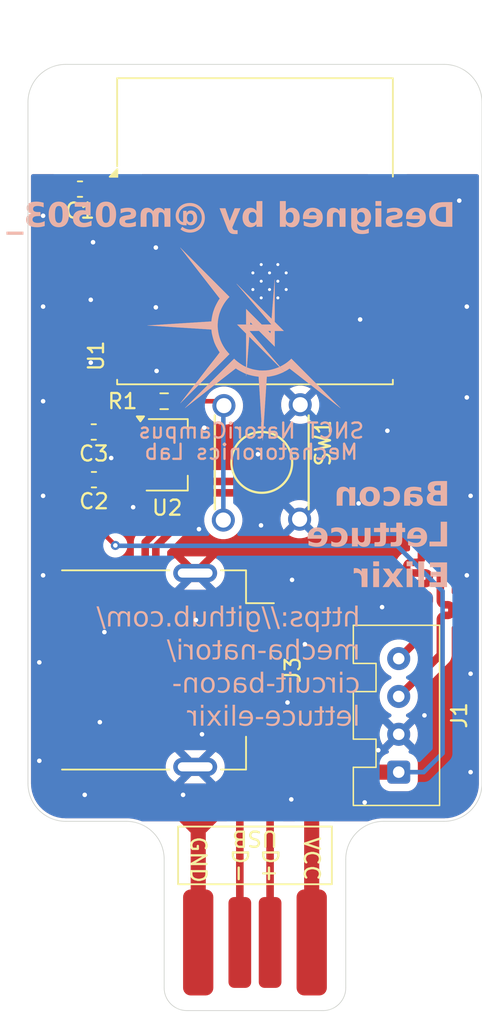
<source format=kicad_pcb>
(kicad_pcb (version 20241229) (generator "pcbnew") (generator_version "9.0")
  (layers (0 "F.Cu" signal) (2 "B.Cu" signal) (13 "F.Paste" user) (15 "B.Paste" user) (5 "F.SilkS" user "F.Silkscreen") (7 "B.SilkS" user "B.Silkscreen") (1 "F.Mask" user) (3 "B.Mask" user) (25 "Edge.Cuts" user))
  (net 0 "")
  (net 1 "+3.3V")
  (net 2 "GND")
  (net 3 "+5V")
  (net 4 "Net-(J1-RX)")
  (net 5 "Net-(J1-TX)")
  (net 6 "USB_N")
  (net 7 "USB_P")
  (net 8 "Net-(SW1-A)")
  (footprint "Package_TO_SOT_SMD:SOT-89-3" (layer "F.Cu") (at 109.2 75.79)
    (property "Reference" "U2" (at 0 3.5 0) (layer "F.SilkS") (effects (font (thickness 0.153))))
    (property "Value" "AP130-33Y")
    (pad "1" smd roundrect (at -1.95 -1.5) (size 1.3 0.9) (layers "F.Cu" "F.Mask" "F.Paste") (net 1 "+3.3V"))
    (pad "2" smd custom (at -1.8625 0) (size 1.475 0.9) (layers "F.Cu" "F.Mask" "F.Paste") (net 2 "GND") (options (clearance outline) (anchor rect)) (primitives (gr_poly (pts (xy 3.8625 0.8665) (xy 0.7375 0.8665) (xy 0.7375 -0.8665) (xy 3.8625 -0.8665)) (width 0) (fill yes))))
    (pad "3" smd roundrect (at -1.95 1.5) (size 1.3 0.9) (layers "F.Cu" "F.Mask" "F.Paste") (net 3 "+5V"))
  )
  (footprint "circuit-bacon-lettuce-elixir:DF1B-4P-2.5DSA" (layer "F.Cu") (at 124.5 93 90)
    (property "Reference" "J1" (at 0 4 90) (layer "F.SilkS") (effects (font (thickness 0.153))))
    (property "Value" "UART_MOD")
    (pad "1" thru_hole roundrect (at -3.75 0 90) (size 1.524 1.524) (drill 0.762) (layers "*.Cu" "*.Mask") (roundrect_rratio 0.1640419948) (net 3 "+5V"))
    (pad "2" thru_hole circle (at -1.25 0 90) (size 1.524 1.524) (drill 0.762) (layers "*.Cu" "*.Mask") (net 2 "GND"))
    (pad "3" thru_hole circle (at 1.25 0 90) (size 1.524 1.524) (drill 0.762) (layers "*.Cu" "*.Mask") (net 5 "Net-(J1-TX)"))
    (pad "4" thru_hole circle (at 3.75 0 90) (size 1.524 1.524) (drill 0.762) (layers "*.Cu" "*.Mask") (net 4 "Net-(J1-RX)"))
  )
  (footprint "circuit-bacon-lettuce-elixir:PCB_USB_Connecter" (layer "F.Cu") (at 115 108 -90)
    (property "Reference" "J2" (hide yes))
    (property "Value" "USB_CHG_DBG")
    (fp_text user "VCC" (at -4 -3.75 270) (layer "F.SilkS") (effects (font (thickness 0.153)) (justify right)))
    (fp_text user "D-" (at -3.845 1 270) (layer "F.SilkS") (effects (font (thickness 0.153)) (justify right)))
    (fp_text user "USB" (at -7.45 0 180) (layer "F.SilkS") (effects (font (thickness 0.153)) (justify bottom)))
    (fp_text user "GND" (at -3.845 3.75 270) (layer "F.SilkS") (effects (font (thickness 0.153)) (justify right)))
    (fp_text user "D+" (at -3.845 -1 270) (layer "F.SilkS") (effects (font (thickness 0.153)) (justify right)))
    (pad "1" connect roundrect (at 0 -3.75 270) (size 7 2) (layers "F.Cu" "F.Mask") (net 3 "+5V"))
    (pad "2" connect roundrect (at 0 -1 270) (size 6 1.5) (layers "F.Cu" "F.Mask") (net 6 "USB_N"))
    (pad "3" connect roundrect (at 0 1 270) (size 6 1.5) (layers "F.Cu" "F.Mask") (net 7 "USB_P"))
    (pad "4" connect roundrect (at 0 3.75 270) (size 7 2) (layers "F.Cu" "F.Mask") (net 2 "GND"))
  )
  (footprint "Connector_USB:USB_A_Receptacle_GCT_USB1046" (layer "F.Cu") (at 107.5 90 -90)
    (property "Reference" "J3" (at 0 -10 90) (layer "F.SilkS") (effects (font (thickness 0.153))))
    (property "Value" "USB_DEV")
    (pad "1" smd roundrect (at -3.5 -7.25 270) (size 1.3 3) (layers "F.Cu" "F.Mask" "F.Paste") (net 3 "+5V"))
    (pad "2" smd roundrect (at -1 -7.25 270) (size 1.3 3) (layers "F.Cu" "F.Mask" "F.Paste") (net 6 "USB_N"))
    (pad "3" smd roundrect (at 1 -7.25 270) (size 1.3 3) (layers "F.Cu" "F.Mask" "F.Paste") (net 7 "USB_P"))
    (pad "4" smd roundrect (at 3.5 -7.25 270) (size 1.3 3) (layers "F.Cu" "F.Mask" "F.Paste") (net 2 "GND"))
    (pad "5" thru_hole oval (at -6.4 -3.55 270) (size 1.2 2.9) (drill oval 0.6 2.3) (property pad_prop_heatsink) (layers "*.Cu" "*.Mask") (net 2 "GND"))
    (pad "5" thru_hole oval (at 6.4 -3.55 270) (size 1.2 2.9) (drill oval 0.6 2.3) (property pad_prop_heatsink) (layers "*.Cu" "*.Mask") (net 2 "GND"))
  )
  (footprint "Capacitor_SMD:C_0603_1608Metric_Pad1.08x0.95mm_HandSolder" (layer "F.Cu") (at 103.4375 58.24 180)
    (property "Reference" "C1" (at 0 -1.43 0) (layer "F.SilkS") (effects (font (thickness 0.153))))
    (property "Value" "0.1u")
    (pad "1" smd roundrect (at -0.8625 0 180) (size 1.075 0.95) (layers "F.Cu" "F.Mask" "F.Paste") (net 1 "+3.3V"))
    (pad "2" smd roundrect (at 0.8625 0 180) (size 1.075 0.95) (layers "F.Cu" "F.Mask" "F.Paste") (net 2 "GND"))
  )
  (footprint "Resistor_SMD:R_0603_1608Metric_Pad0.98x0.95mm_HandSolder" (layer "F.Cu") (at 109 72.25)
    (property "Reference" "R1" (at -2.75 0 0) (layer "F.SilkS") (effects (font (thickness 0.153))))
    (property "Value" "10k")
    (pad "1" smd roundrect (at -0.9125 0) (size 0.975 0.95) (layers "F.Cu" "F.Mask" "F.Paste") (net 1 "+3.3V"))
    (pad "2" smd roundrect (at 0.9125 0) (size 0.975 0.95) (layers "F.Cu" "F.Mask" "F.Paste") (net 8 "Net-(SW1-A)"))
  )
  (footprint "RF_Module:ESP32-C3-WROOM-02" (layer "F.Cu") (at 115.003 64.123)
    (property "Reference" "U1" (at -10.5 5.13 90) (layer "F.SilkS") (effects (font (thickness 0.153))))
    (property "Value" "ESP32-C3-WROOM-02")
    (pad "1" smd rect (at -8.75 -6) (size 1.5 0.9) (layers "F.Cu" "F.Mask" "F.Paste") (net 1 "+3.3V"))
    (pad "2" smd rect (at -8.75 -4.5) (size 1.5 0.9) (layers "F.Cu" "F.Mask" "F.Paste") (net 8 "Net-(SW1-A)"))
    (pad "3" smd rect (at -8.75 -3) (size 1.5 0.9) (layers "F.Cu" "F.Mask" "F.Paste"))
    (pad "4" smd rect (at -8.75 -1.5) (size 1.5 0.9) (layers "F.Cu" "F.Mask" "F.Paste"))
    (pad "5" smd rect (at -8.75 0) (size 1.5 0.9) (layers "F.Cu" "F.Mask" "F.Paste"))
    (pad "6" smd rect (at -8.75 1.5) (size 1.5 0.9) (layers "F.Cu" "F.Mask" "F.Paste"))
    (pad "7" smd rect (at -8.75 3) (size 1.5 0.9) (layers "F.Cu" "F.Mask" "F.Paste"))
    (pad "8" smd rect (at -8.75 4.5) (size 1.5 0.9) (layers "F.Cu" "F.Mask" "F.Paste"))
    (pad "9" smd rect (at -8.75 6) (size 1.5 0.9) (layers "F.Cu" "F.Mask" "F.Paste") (net 2 "GND"))
    (pad "10" smd rect (at 8.75 6) (size 1.5 0.9) (layers "F.Cu" "F.Mask" "F.Paste"))
    (pad "11" smd rect (at 8.75 4.5) (size 1.5 0.9) (layers "F.Cu" "F.Mask" "F.Paste") (net 4 "Net-(J1-RX)"))
    (pad "12" smd rect (at 8.75 3) (size 1.5 0.9) (layers "F.Cu" "F.Mask" "F.Paste") (net 5 "Net-(J1-TX)"))
    (pad "13" smd rect (at 8.75 1.5) (size 1.5 0.9) (layers "F.Cu" "F.Mask" "F.Paste") (net 6 "USB_N"))
    (pad "14" smd rect (at 8.75 0) (size 1.5 0.9) (layers "F.Cu" "F.Mask" "F.Paste") (net 7 "USB_P"))
    (pad "15" smd rect (at 8.75 -1.5) (size 1.5 0.9) (layers "F.Cu" "F.Mask" "F.Paste"))
    (pad "16" smd rect (at 8.75 -3) (size 1.5 0.9) (layers "F.Cu" "F.Mask" "F.Paste"))
    (pad "17" smd rect (at 8.75 -4.5) (size 1.5 0.9) (layers "F.Cu" "F.Mask" "F.Paste"))
    (pad "18" smd rect (at 8.75 -6) (size 1.5 0.9) (layers "F.Cu" "F.Mask" "F.Paste"))
    (pad "19" thru_hole circle (at -0.14 -0.35) (size 0.6 0.6) (drill 0.2) (property pad_prop_heatsink) (layers "*.Cu" "F.Mask") (net 2 "GND"))
    (pad "19" thru_hole circle (at -0.14 0.75) (size 0.6 0.6) (drill 0.2) (property pad_prop_heatsink) (layers "*.Cu" "F.Mask") (net 2 "GND"))
    (pad "19" thru_hole circle (at 0.41 -0.9) (size 0.6 0.6) (drill 0.2) (property pad_prop_heatsink) (layers "*.Cu" "F.Mask") (net 2 "GND"))
    (pad "19" thru_hole circle (at 0.41 0.2) (size 0.6 0.6) (drill 0.2) (property pad_prop_heatsink) (layers "*.Cu" "F.Mask") (net 2 "GND"))
    (pad "19" thru_hole circle (at 0.41 1.3) (size 0.6 0.6) (drill 0.2) (property pad_prop_heatsink) (layers "*.Cu" "F.Mask") (net 2 "GND"))
    (pad "19" thru_hole circle (at 0.96 -0.35) (size 0.6 0.6) (drill 0.2) (property pad_prop_heatsink) (layers "*.Cu" "F.Mask") (net 2 "GND"))
    (pad "19" smd rect (at 0.96 0.2) (size 2.9 2.9) (property pad_prop_heatsink) (layers "F.Cu" "F.Mask") (net 2 "GND"))
    (pad "19" thru_hole circle (at 0.96 0.75) (size 0.6 0.6) (drill 0.2) (property pad_prop_heatsink) (layers "*.Cu" "F.Mask") (net 2 "GND"))
    (pad "19" thru_hole circle (at 1.51 -0.9) (size 0.6 0.6) (drill 0.2) (property pad_prop_heatsink) (layers "*.Cu" "F.Mask") (net 2 "GND"))
    (pad "19" thru_hole circle (at 1.51 0.2) (size 0.6 0.6) (drill 0.2) (property pad_prop_heatsink) (layers "*.Cu" "F.Mask") (net 2 "GND"))
    (pad "19" thru_hole circle (at 1.51 1.3) (size 0.6 0.6) (drill 0.2) (property pad_prop_heatsink) (layers "*.Cu" "F.Mask") (net 2 "GND"))
    (pad "19" thru_hole circle (at 2.06 -0.35) (size 0.6 0.6) (drill 0.2) (property pad_prop_heatsink) (layers "*.Cu" "F.Mask") (net 2 "GND"))
    (pad "19" thru_hole circle (at 2.06 0.75) (size 0.6 0.6) (drill 0.2) (property pad_prop_heatsink) (layers "*.Cu" "F.Mask") (net 2 "GND"))
    (zone (net 0) (net_name "") (layers "F.Cu" "B.Cu") (connect_pads (clearance 0)) (min_thickness 0.254)
      (keepout (tracks not_allowed) (vias not_allowed) (pads not_allowed) (copperpour not_allowed) (footprints not_allowed))
      (fill (thermal_gap 0.508) (thermal_bridge_width 0.508))
      (polygon (pts (xy 101.003 57.023) (xy 129.003 57.023) (xy 129.003 46.023) (xy 101.003 46.023)))
    )
  )
  (footprint "circuit-bacon-lettuce-elixir:tact" (layer "F.Cu") (at 115.45 76.29 -90)
    (property "Reference" "SW1" (at -1.27 -4.05 90) (layer "F.SilkS") (effects (font (thickness 0.153))))
    (property "Value" "RESET")
    (pad "1" thru_hole circle (at -3.81 -2.54 270) (size 1.524 1.524) (drill 1) (layers "*.Cu" "*.Mask") (net 2 "GND"))
    (pad "2" thru_hole circle (at 3.75 -2.5 270) (size 1.524 1.524) (drill 1) (layers "*.Cu" "*.Mask") (net 2 "GND"))
    (pad "3" thru_hole circle (at -3.75 2.5 270) (size 1.524 1.524) (drill 1) (layers "*.Cu" "*.Mask") (net 8 "Net-(SW1-A)"))
    (pad "4" thru_hole circle (at 3.81 2.54 270) (size 1.524 1.524) (drill 1) (layers "*.Cu" "*.Mask") (net 8 "Net-(SW1-A)"))
  )
  (footprint "Capacitor_SMD:C_0603_1608Metric_Pad1.08x0.95mm_HandSolder" (layer "F.Cu") (at 104.347 74.282 180)
    (property "Reference" "C3" (at 0 -1.43 0) (layer "F.SilkS") (effects (font (thickness 0.153))))
    (property "Value" "0.1u")
    (pad "1" smd roundrect (at -0.8625 0 180) (size 1.075 0.95) (layers "F.Cu" "F.Mask" "F.Paste") (net 1 "+3.3V"))
    (pad "2" smd roundrect (at 0.8625 0 180) (size 1.075 0.95) (layers "F.Cu" "F.Mask" "F.Paste") (net 2 "GND"))
  )
  (footprint "Capacitor_SMD:C_0603_1608Metric_Pad1.08x0.95mm_HandSolder" (layer "F.Cu") (at 104.3595 77.432 180)
    (property "Reference" "C2" (at 0 -1.43 0) (layer "F.SilkS") (effects (font (thickness 0.153))))
    (property "Value" "0.1u")
    (pad "1" smd roundrect (at -0.8625 0 180) (size 1.075 0.95) (layers "F.Cu" "F.Mask" "F.Paste") (net 3 "+5V"))
    (pad "2" smd roundrect (at 0.8625 0 180) (size 1.075 0.95) (layers "F.Cu" "F.Mask" "F.Paste") (net 2 "GND"))
  )
  (footprint "circuit-bacon-lettuce-elixir:LOGO" (layer "B.Cu") (at 114.65 68.6 180)
    (property "Reference" "G***" (hide yes))
    (property "Value" "LOGO" (hide yes))
    (fp_text user "Mechatoronics Lab" (at -0.1 -7 0) (layer "B.SilkS") (effects (font (thickness 0.153)) (justify mirror)))
    (fp_text user "SNCT NatoriCampus" (at -0.1 -5.6 0) (layer "B.SilkS") (effects (font (thickness 0.153)) (justify mirror)))
  )
  (gr_arc (start 102.5 100) (mid 100.732233 99.267767) (end 100 97.5) (stroke (width 0.05)) (layer "Edge.Cuts"))
  (gr_line (start 109 102.5) (end 109 111) (stroke (width 0.05)) (layer "Edge.Cuts"))
  (gr_arc (start 130 97.5) (mid 129.267767 99.267767) (end 127.5 100) (stroke (width 0.05)) (layer "Edge.Cuts"))
  (gr_line (start 106.5 100) (end 102.5 100) (stroke (width 0.05)) (layer "Edge.Cuts"))
  (gr_arc (start 121 102.5) (mid 121.732233 100.732233) (end 123.5 100) (stroke (width 0.05)) (layer "Edge.Cuts"))
  (gr_arc (start 121 111) (mid 120.56066 112.06066) (end 119.5 112.5) (stroke (width 0.05)) (layer "Edge.Cuts"))
  (gr_line (start 100 97.5) (end 100 52.5) (stroke (width 0.05)) (layer "Edge.Cuts"))
  (gr_arc (start 110.5 112.5) (mid 109.43934 112.06066) (end 109 111) (stroke (width 0.05)) (layer "Edge.Cuts"))
  (gr_arc (start 106.5 100) (mid 108.267767 100.732233) (end 109 102.5) (stroke (width 0.05)) (layer "Edge.Cuts"))
  (gr_line (start 127.5 100) (end 123.5 100) (stroke (width 0.05)) (layer "Edge.Cuts"))
  (gr_arc (start 127.5 50) (mid 129.267767 50.732233) (end 130 52.5) (stroke (width 0.05)) (layer "Edge.Cuts"))
  (gr_arc (start 100 52.5) (mid 100.732233 50.732233) (end 102.5 50) (stroke (width 0.05)) (layer "Edge.Cuts"))
  (gr_line (start 102.5 50) (end 127.5 50) (stroke (width 0.05)) (layer "Edge.Cuts"))
  (gr_line (start 121 102.5) (end 121 111) (stroke (width 0.05)) (layer "Edge.Cuts"))
  (gr_line (start 119.5 112.5) (end 110.5 112.5) (stroke (width 0.05)) (layer "Edge.Cuts"))
  (gr_line (start 130 52.5) (end 130 97.5) (stroke (width 0.05)) (layer "Edge.Cuts"))
  (gr_text "Designed by @ms0503_" (at 128.25 61 -0) (layer "B.SilkS") (effects (font (size 1.6 1.6) (thickness 0.3) (bold yes)) (justify left bottom mirror)))
  (gr_text "https://github.com/\nmecha-natori/\ncircuit-bacon-\nlettuce-elixir" (at 121.95 93.9 0) (layer "B.SilkS") (effects (font (size 1.3 1.3) (thickness 0.153)) (justify left bottom mirror)))
  (gr_text "Bacon\nLettuce\nElixir" (at 127.9 84.8 0) (layer "B.SilkS") (effects (font (size 1.6 1.6) (thickness 0.3) (bold yes) (italic yes)) (justify left bottom mirror)))
  (segment (start 106.253 58.123) (end 104.417 58.123) (width 0.3) (layer "F.Cu") (net 1))
  (segment (start 107.25 74.29) (end 105.2175 74.29) (width 0.3) (layer "F.Cu") (net 1))
  (segment (start 105.2175 74.29) (end 105.2095 74.282) (width 0.3) (layer "F.Cu") (net 1))
  (segment (start 104.25 72.25) (end 105 72.25) (width 0.3) (layer "F.Cu") (net 1))
  (segment (start 104.3 59.3) (end 102.75 60.85) (width 0.3) (layer "F.Cu") (net 1))
  (segment (start 105.25 72.25) (end 105.25 72.5) (width 0.3) (layer "F.Cu") (net 1))
  (segment (start 105.25 74.2415) (end 105.2095 74.282) (width 0.3) (layer "F.Cu") (net 1))
  (segment (start 105 72.25) (end 105.25 72.5) (width 0.3) (layer "F.Cu") (net 1))
  (segment (start 104.417 58.123) (end 104.3 58.24) (width 0.3) (layer "F.Cu") (net 1))
  (segment (start 102.75 60.85) (end 102.75 70.75) (width 0.3) (layer "F.Cu") (net 1))
  (segment (start 105.25 72.5) (end 105.5 72.25) (width 0.3) (layer "F.Cu") (net 1))
  (segment (start 105 72.25) (end 105.25 72.25) (width 0.3) (layer "F.Cu") (net 1))
  (segment (start 105.25 72.25) (end 105.5 72.25) (width 0.3) (layer "F.Cu") (net 1))
  (segment (start 104.3 58.24) (end 104.3 59.3) (width 0.3) (layer "F.Cu") (net 1))
  (segment (start 102.75 70.75) (end 104.25 72.25) (width 0.3) (layer "F.Cu") (net 1))
  (segment (start 105.5 72.25) (end 108.0875 72.25) (width 0.3) (layer "F.Cu") (net 1))
  (segment (start 105.25 72.5) (end 105.25 74.2415) (width 0.3) (layer "F.Cu") (net 1))
  (segment (start 111.25 108) (end 111.25 99.75) (width 1) (layer "F.Cu") (net 2))
  (via (at 118.3 88.3) (size 0.6) (drill 0.3) (layers "F.Cu" "B.Cu") (net 2))
  (via (at 104.3 61.75) (size 0.6) (drill 0.3) (layers "F.Cu" "B.Cu") (net 2))
  (via (at 128.5 59) (size 0.6) (drill 0.3) (layers "F.Cu" "B.Cu") (net 2))
  (via (at 115.4 80.45) (size 0.6) (drill 0.3) (layers "F.Cu" "B.Cu") (net 2))
  (via (at 123.75 74.2) (size 0.6) (drill 0.3) (layers "F.Cu" "B.Cu") (net 2))
  (via (at 129.25 90.25) (size 0.6) (drill 0.3) (layers "F.Cu" "B.Cu") (net 2))
  (via (at 105.5 76) (size 0.6) (drill 0.3) (layers "F.Cu" "B.Cu") (net 2))
  (via (at 105.05 87.5) (size 0.6) (drill 0.3) (layers "F.Cu" "B.Cu") (net 2))
  (via (at 129.25 96.75) (size 0.6) (drill 0.3) (layers "F.Cu" "B.Cu") (net 2))
  (via (at 111.3 80.7) (size 0.6) (drill 0.3) (layers "F.Cu" "B.Cu") (net 2))
  (via (at 115.2 75.75) (size 0.6) (drill 0.3) (layers "F.Cu" "B.Cu") (net 2))
  (via (at 108.5 70.25) (size 0.6) (drill 0.3) (layers "F.Cu" "B.Cu") (net 2))
  (via (at 108.45 66.05) (size 0.6) (drill 0.3) (layers "F.Cu" "B.Cu") (net 2))
  (via (at 108.45 62.1) (size 0.6) (drill 0.3) (layers "F.Cu" "B.Cu") (net 2))
  (via (at 103.75 98.25) (size 0.6) (drill 0.3) (layers "F.Cu" "B.Cu") (net 2))
  (via (at 111.1 86.7) (size 0.6) (drill 0.3) (layers "F.Cu" "B.Cu") (net 2))
  (via (at 117.45 84.05) (size 0.6) (drill 0.3) (layers "F.Cu" "B.Cu") (net 2))
  (via (at 123.15 95.3) (size 0.6) (drill 0.3) (layers "F.Cu" "B.Cu") (net 2))
  (via (at 106.95 79.25) (size 0.6) (drill 0.3) (layers "F.Cu" "B.Cu") (net 2))
  (via (at 101 72.25) (size 0.6) (drill 0.3) (layers "F.Cu" "B.Cu") (net 2))
  (via (at 117.4 98.55) (size 0.6) (drill 0.3) (layers "F.Cu" "B.Cu") (net 2))
  (via (at 122.25 98.75) (size 0.6) (drill 0.3) (layers "F.Cu" "B.Cu") (net 2))
  (via (at 126.2 93) (size 0.6) (drill 0.3) (layers "F.Cu" "B.Cu") (net 2))
  (via (at 104.15 65.55) (size 0.6) (drill 0.3) (layers "F.Cu" "B.Cu") (net 2))
  (via (at 121.95 66.85) (size 0.6) (drill 0.3) (layers "F.Cu" "B.Cu") (net 2))
  (via (at 101 78.5) (size 0.6) (drill 0.3) (layers "F.Cu" "B.Cu") (net 2))
  (via (at 123.4 85.85) (size 0.6) (drill 0.3) (layers "F.Cu" "B.Cu") (net 2))
  (via (at 104.75 93.45) (size 0.6) (drill 0.3) (layers "F.Cu" "B.Cu") (net 2))
  (via (at 111.5 94.25) (size 0.6) (drill 0.3) (layers "F.Cu" "B.Cu") (net 2))
  (via (at 104.15 69.7) (size 0.6) (drill 0.3) (layers "F.Cu" "B.Cu") (net 2))
  (via (at 129 83.75) (size 0.6) (drill 0.3) (layers "F.Cu" "B.Cu") (net 2))
  (via (at 111.65 74) (size 0.6) (drill 0.3) (layers "F.Cu" "B.Cu") (net 2))
  (via (at 101 83.75) (size 0.6) (drill 0.3) (layers "F.Cu" "B.Cu") (net 2))
  (via (at 100.75 89.5) (size 0.6) (drill 0.3) (layers "F.Cu" "B.Cu") (net 2))
  (via (at 101 60) (size 0.6) (drill 0.3) (layers "F.Cu" "B.Cu") (net 2))
  (via (at 129 66) (size 0.6) (drill 0.3) (layers "F.Cu" "B.Cu") (net 2))
  (via (at 129 72) (size 0.6) (drill 0.3) (layers "F.Cu" "B.Cu") (net 2))
  (via (at 100.75 96) (size 0.6) (drill 0.3) (layers "F.Cu" "B.Cu") (net 2))
  (via (at 117.15 92.15) (size 0.6) (drill 0.3) (layers "F.Cu" "B.Cu") (net 2))
  (via (at 101 66) (size 0.6) (drill 0.3) (layers "F.Cu" "B.Cu") (net 2))
  (via (at 110.25 98.25) (size 0.6) (drill 0.3) (layers "F.Cu" "B.Cu") (net 2))
  (via (at 129.25 78.5) (size 0.6) (drill 0.3) (layers "F.Cu" "B.Cu") (net 2))
  (via (at 121.85 79) (size 0.6) (drill 0.3) (layers "F.Cu" "B.Cu") (net 2))
  (segment (start 105.364 77.29) (end 105.222 77.432) (width 0.3) (layer "F.Cu") (net 3))
  (segment (start 118.75 99.75) (end 121.75 96.75) (width 1) (layer "F.Cu") (net 3))
  (segment (start 121.75 96.75) (end 124.5 96.75) (width 1) (layer "F.Cu") (net 3))
  (segment (start 121.75 89) (end 119.25 86.5) (width 1) (layer "F.Cu") (net 3))
  (segment (start 118.75 108) (end 118.75 99.75) (width 1) (layer "F.Cu") (net 3))
  (segment (start 119.25 86.5) (end 114.75 86.5) (width 1) (layer "F.Cu") (net 3))
  (segment (start 107.25 77.29) (end 105.364 77.29) (width 0.3) (layer "F.Cu") (net 3))
  (segment (start 121.75 96.75) (end 121.75 89) (width 1) (layer "F.Cu") (net 3))
  (segment (start 105.222 81.222) (end 105.222 77.432) (width 0.3) (layer "F.Cu") (net 3))
  (segment (start 105.775 81.775) (end 105.222 81.222) (width 0.3) (layer "F.Cu") (net 3))
  (via (at 105.775 81.775) (size 0.6) (drill 0.3) (layers "F.Cu" "B.Cu") (net 3))
  (segment (start 105.8 81.8) (end 124.4 81.8) (width 0.3) (layer "B.Cu") (net 3))
  (segment (start 126.15 96.75) (end 124.5 96.75) (width 0.3) (layer "B.Cu") (net 3))
  (segment (start 127.4 95.5) (end 126.15 96.75) (width 0.3) (layer "B.Cu") (net 3))
  (segment (start 127.4 84.8) (end 127.4 95.5) (width 0.3) (layer "B.Cu") (net 3))
  (segment (start 124.4 81.8) (end 127.4 84.8) (width 0.3) (layer "B.Cu") (net 3))
  (segment (start 105.775 81.775) (end 105.8 81.8) (width 0.3) (layer "B.Cu") (net 3))
  (segment (start 126.001 84.995759) (end 125.306163 84.995759) (width 0.5) (layer "F.Cu") (net 4))
  (segment (start 126.001 84.295759) (end 126.259951 84.295759) (width 0.5) (layer "F.Cu") (net 4))
  (segment (start 126.001 82.615759) (end 126.001 82.475759) (width 0.5) (layer "F.Cu") (net 4))
  (segment (start 126.001 70.269) (end 124.355 68.623) (width 0.5) (layer "F.Cu") (net 4))
  (segment (start 125.306155 82.895759) (end 125.721 82.895759) (width 0.5) (layer "F.Cu") (net 4))
  (segment (start 126.001 85.695759) (end 126.25995 85.695759) (width 0.5) (layer "F.Cu") (net 4))
  (segment (start 125.721 83.595759) (end 125.306155 83.595759) (width 0.5) (layer "F.Cu") (net 4))
  (segment (start 126.5189 85.436809) (end 126.5189 85.254709) (width 0.5) (layer "F.Cu") (net 4))
  (segment (start 126.001 83.595759) (end 125.721 83.595759) (width 0.5) (layer "F.Cu") (net 4))
  (segment (start 124.5 89.25) (end 126.001 87.749) (width 0.5) (layer "F.Cu") (net 4))
  (segment (start 125.026163 84.715759) (end 125.026163 84.575759) (width 0.5) (layer "F.Cu") (net 4))
  (segment (start 125.026178 86.115759) (end 125.026178 85.975759) (width 0.5) (layer "F.Cu") (net 4))
  (segment (start 126.001 79.876278) (end 126.001 70.269) (width 0.5) (layer "F.Cu") (net 4))
  (segment (start 125.026155 83.315759) (end 125.026155 83.175759) (width 0.5) (layer "F.Cu") (net 4))
  (segment (start 126.25995 84.995759) (end 126.001 84.995759) (width 0.5) (layer "F.Cu") (net 4))
  (segment (start 125.306178 85.695759) (end 125.721 85.695759) (width 0.5) (layer "F.Cu") (net 4))
  (segment (start 126.518901 84.036809) (end 126.518901 83.854709) (width 0.5) (layer "F.Cu") (net 4))
  (segment (start 126.259951 83.595759) (end 126.001 83.595759) (width 0.5) (layer "F.Cu") (net 4))
  (segment (start 126.001 87.749) (end 126.001 86.675759) (width 0.5) (layer "F.Cu") (net 4))
  (segment (start 125.721 86.395759) (end 125.306178 86.395759) (width 0.5) (layer "F.Cu") (net 4))
  (segment (start 125.306163 84.295759) (end 126.001 84.295759) (width 0.5) (layer "F.Cu") (net 4))
  (segment (start 124.355 68.623) (end 123.753 68.623) (width 0.5) (layer "F.Cu") (net 4))
  (segment (start 125.721 85.695759) (end 126.001 85.695759) (width 0.5) (layer "F.Cu") (net 4))
  (segment (start 126.001 82.475759) (end 126.001 79.876278) (width 0.5) (layer "F.Cu") (net 4))
  (arc (start 125.026163 84.575759) (mid 125.108173 84.377769) (end 125.306163 84.295759) (width 0.5) (layer "F.Cu") (net 4))
  (arc (start 125.026155 83.175759) (mid 125.108165 82.977769) (end 125.306155 82.895759) (width 0.5) (layer "F.Cu") (net 4))
  (arc (start 125.026178 85.975759) (mid 125.108188 85.777769) (end 125.306178 85.695759) (width 0.5) (layer "F.Cu") (net 4))
  (arc (start 125.721 82.895759) (mid 125.91899 82.813749) (end 126.001 82.615759) (width 0.5) (layer "F.Cu") (net 4))
  (arc (start 125.306178 86.395759) (mid 125.108188 86.313749) (end 125.026178 86.115759) (width 0.5) (layer "F.Cu") (net 4))
  (arc (start 126.259951 84.295759) (mid 126.443056 84.219914) (end 126.518901 84.036809) (width 0.5) (layer "F.Cu") (net 4))
  (arc (start 126.25995 85.695759) (mid 126.443055 85.619914) (end 126.5189 85.436809) (width 0.5) (layer "F.Cu") (net 4))
  (arc (start 125.306163 84.995759) (mid 125.108173 84.913749) (end 125.026163 84.715759) (width 0.5) (layer "F.Cu") (net 4))
  (arc (start 126.5189 85.254709) (mid 126.443055 85.071604) (end 126.25995 84.995759) (width 0.5) (layer "F.Cu") (net 4))
  (arc (start 126.518901 83.854709) (mid 126.443056 83.671604) (end 126.259951 83.595759) (width 0.5) (layer "F.Cu") (net 4))
  (arc (start 125.306155 83.595759) (mid 125.108165 83.513749) (end 125.026155 83.315759) (width 0.5) (layer "F.Cu") (net 4))
  (arc (start 126.001 86.675759) (mid 125.91899 86.477769) (end 125.721 86.395759) (width 0.5) (layer "F.Cu") (net 4))
  (segment (start 125.003 67.123) (end 123.753 67.123) (width 0.5) (layer "F.Cu") (net 5))
  (segment (start 127.251 69.371) (end 125.003 67.123) (width 0.5) (layer "F.Cu") (net 5))
  (segment (start 127.251 83.816614) (end 127.251 69.371) (width 0.5) (layer "F.Cu") (net 5))
  (segment (start 127.251 85.41548) (end 127.251 85.27548) (width 0.5) (layer "F.Cu") (net 5))
  (segment (start 124.5 91.75) (end 127.251 88.999) (width 0.5) (layer "F.Cu") (net 5))
  (segment (start 127.251 85.27548) (end 127.251 83.816614) (width 0.5) (layer "F.Cu") (net 5))
  (segment (start 127.531 86.39548) (end 127.737555 86.39548) (width 0.5) (layer "F.Cu") (net 5))
  (segment (start 127.251 88.999) (end 127.251 86.67548) (width 0.5) (layer "F.Cu") (net 5))
  (segment (start 128.017555 86.11548) (end 128.017555 85.97548) (width 0.5) (layer "F.Cu") (net 5))
  (segment (start 127.737555 85.69548) (end 127.531 85.69548) (width 0.5) (layer "F.Cu") (net 5))
  (arc (start 127.531 85.69548) (mid 127.33301 85.61347) (end 127.251 85.41548) (width 0.5) (layer "F.Cu") (net 5))
  (arc (start 128.017555 85.97548) (mid 127.935545 85.77749) (end 127.737555 85.69548) (width 0.5) (layer "F.Cu") (net 5))
  (arc (start 127.737555 86.39548) (mid 127.935545 86.31347) (end 128.017555 86.11548) (width 0.5) (layer "F.Cu") (net 5))
  (arc (start 127.251 86.67548) (mid 127.33301 86.47749) (end 127.531 86.39548) (width 0.5) (layer "F.Cu") (net 5))
  (segment (start 114.75 89) (end 112.65 89) (width 0.5) (layer "F.Cu") (net 6))
  (segment (start 120.65 73.169167) (end 120.65 66) (width 0.5) (layer "F.Cu") (net 6))
  (segment (start 116 99.5) (end 115.4 98.9) (width 0.5) (layer "F.Cu") (net 6))
  (segment (start 119.2 94.3) (end 119.2 90.4) (width 0.5) (layer "F.Cu") (net 6))
  (segment (start 118.345979 76.55) (end 118.532371 76.736392) (width 0.5) (layer "F.Cu") (net 6))
  (segment (start 116.85 89) (end 114.75 89) (width 0.5) (layer "F.Cu") (net 6))
  (segment (start 119.918263 75.746405) (end 120.017257 75.64741) (width 0.5) (layer "F.Cu") (net 6))
  (segment (start 119.830901 74.669095) (end 119.929899 74.5701) (width 0.5) (layer "F.Cu") (net 6))
  (segment (start 116 108) (end 116 99.5) (width 0.5) (layer "F.Cu") (net 6))
  (segment (start 111.091364 89.65) (end 108.448 87.006636) (width 0.5) (layer "F.Cu") (net 6))
  (segment (start 119.929899 74.5701) (end 120.65 73.85) (width 0.5) (layer "F.Cu") (net 6))
  (segment (start 112.003194 78.3) (end 116.2 78.3) (width 0.5) (layer "F.Cu") (net 6))
  (segment (start 112.65 89) (end 112 89.65) (width 0.5) (layer "F.Cu") (net 6))
  (segment (start 115.4 98.1) (end 119.2 94.3) (width 0.5) (layer "F.Cu") (net 6))
  (segment (start 119.2 90.4) (end 118.45 89.65) (width 0.5) (layer "F.Cu") (net 6))
  (segment (start 119.027345 76.241417) (end 118.840952 76.055024) (width 0.5) (layer "F.Cu") (net 6))
  (segment (start 112 89.65) (end 111.091364 89.65) (width 0.5) (layer "F.Cu") (net 6))
  (segment (start 108.448 87.006636) (end 108.448 81.855194) (width 0.5) (layer "F.Cu") (net 6))
  (segment (start 116.2 78.3) (end 117.95 76.55) (width 0.5) (layer "F.Cu") (net 6))
  (segment (start 118.939949 75.56005) (end 118.93995 75.56005) (width 0.5) (layer "F.Cu") (net 6))
  (segment (start 120.65 66) (end 121.42 65.23) (width 0.5) (layer "F.Cu") (net 6))
  (segment (start 108.448 81.855194) (end 112.003194 78.3) (width 0.5) (layer "F.Cu") (net 6))
  (segment (start 115.4 98.9) (end 115.4 98.1) (width 0.5) (layer "F.Cu") (net 6))
  (segment (start 120.65 73.85) (end 120.65 73.169167) (width 0.5) (layer "F.Cu") (net 6))
  (segment (start 122.673 65.623) (end 123.753 65.623) (width 0.5) (layer "F.Cu") (net 6))
  (segment (start 121.42 65.23) (end 122.28 65.23) (width 0.5) (layer "F.Cu") (net 6))
  (segment (start 118.840952 75.659044) (end 118.939949 75.56005) (width 0.5) (layer "F.Cu") (net 6))
  (segment (start 118.45 89.65) (end 117.5 89.65) (width 0.5) (layer "F.Cu") (net 6))
  (segment (start 122.28 65.23) (end 122.673 65.623) (width 0.5) (layer "F.Cu") (net 6))
  (segment (start 119.335929 75.56005) (end 119.522284 75.746405) (width 0.5) (layer "F.Cu") (net 6))
  (segment (start 120.017257 75.25143) (end 119.830901 75.065074) (width 0.5) (layer "F.Cu") (net 6))
  (segment (start 117.5 89.65) (end 116.85 89) (width 0.5) (layer "F.Cu") (net 6))
  (segment (start 118.928351 76.736392) (end 119.027345 76.637397) (width 0.5) (layer "F.Cu") (net 6))
  (arc (start 119.830901 75.065074) (mid 119.748891 74.867085) (end 119.830901 74.669095) (width 0.5) (layer "F.Cu") (net 6))
  (arc (start 119.522284 75.746405) (mid 119.720274 75.828414) (end 119.918263 75.746405) (width 0.5) (layer "F.Cu") (net 6))
  (arc (start 120.017257 75.64741) (mid 120.099267 75.44942) (end 120.017257 75.25143) (width 0.5) (layer "F.Cu") (net 6))
  (arc (start 119.027345 76.637397) (mid 119.109355 76.439407) (end 119.027345 76.241417) (width 0.5) (layer "F.Cu") (net 6))
  (arc (start 117.95 76.55) (mid 118.147989 76.46799) (end 118.345979 76.55) (width 0.5) (layer "F.Cu") (net 6))
  (arc (start 118.840952 76.055024) (mid 118.758942 75.857034) (end 118.840952 75.659044) (width 0.5) (layer "F.Cu") (net 6))
  (arc (start 118.93995 75.56005) (mid 119.137939 75.47804) (end 119.335929 75.56005) (width 0.5) (layer "F.Cu") (net 6))
  (arc (start 118.532371 76.736392) (mid 118.730361 76.818402) (end 118.928351 76.736392) (width 0.5) (layer "F.Cu") (net 6))
  (segment (start 116.85 91) (end 114.75 91) (width 0.5) (layer "F.Cu") (net 7))
  (segment (start 114.75 91) (end 112.65 91) (width 0.5) (layer "F.Cu") (net 7))
  (segment (start 119.949 65.701) (end 121.13 64.52) (width 0.5) (layer "F.Cu") (net 7))
  (segment (start 115.958636 77.55) (end 119.949 73.559636) (width 0.5) (layer "F.Cu") (net 7))
  (segment (start 118.499 94.001) (end 118.499 90.699) (width 0.5) (layer "F.Cu") (net 7))
  (segment (start 117.5 90.35) (end 116.85 91) (width 0.5) (layer "F.Cu") (net 7))
  (segment (start 115.356867 96.007638) (end 115.455862 95.908644) (width 0.5) (layer "F.Cu") (net 7))
  (segment (start 107.747 87.297) (end 107.747 81.56483) (width 0.5) (layer "F.Cu") (net 7))
  (segment (start 122.28 64.52) (end 122.677 64.123) (width 0.5) (layer "F.Cu") (net 7))
  (segment (start 115.851842 95.908644) (end 116.023611 96.080413) (width 0.5) (layer "F.Cu") (net 7))
  (segment (start 114 99.5) (end 114.6 98.9) (width 0.5) (layer "F.Cu") (net 7))
  (segment (start 111.76183 77.55) (end 115.958636 77.55) (width 0.5) (layer "F.Cu") (net 7))
  (segment (start 117.213738 95.286262) (end 118.499 94.001) (width 0.5) (layer "F.Cu") (net 7))
  (segment (start 114.6 97.9) (end 115.528634 96.971366) (width 0.5) (layer "F.Cu") (net 7))
  (segment (start 118.499 90.699) (end 118.15 90.35) (width 0.5) (layer "F.Cu") (net 7))
  (segment (start 118.15 90.35) (end 117.5 90.35) (width 0.5) (layer "F.Cu") (net 7))
  (segment (start 107.747 81.56483) (end 111.76183 77.55) (width 0.5) (layer "F.Cu") (net 7))
  (segment (start 117.048915 95.451084) (end 117.213738 95.286262) (width 0.5) (layer "F.Cu") (net 7))
  (segment (start 114 108) (end 114 99.5) (width 0.5) (layer "F.Cu") (net 7))
  (segment (start 110.8 90.35) (end 107.747 87.297) (width 0.5) (layer "F.Cu") (net 7))
  (segment (start 116.419591 96.080413) (end 116.518585 95.981416) (width 0.5) (layer "F.Cu") (net 7))
  (segment (start 122.677 64.123) (end 123.753 64.123) (width 0.5) (layer "F.Cu") (net 7))
  (segment (start 112.65 91) (end 112 90.35) (width 0.5) (layer "F.Cu") (net 7))
  (segment (start 116.518585 95.981416) (end 117.048915 95.451084) (width 0.5) (layer "F.Cu") (net 7))
  (segment (start 112 90.35) (end 110.8 90.35) (width 0.5) (layer "F.Cu") (net 7))
  (segment (start 119.949 73.559636) (end 119.949 65.701) (width 0.5) (layer "F.Cu") (net 7))
  (segment (start 114.6 98.9) (end 114.6 97.9) (width 0.5) (layer "F.Cu") (net 7))
  (segment (start 121.13 64.52) (end 122.28 64.52) (width 0.5) (layer "F.Cu") (net 7))
  (segment (start 115.528635 96.575386) (end 115.356867 96.403618) (width 0.5) (layer "F.Cu") (net 7))
  (arc (start 115.528634 96.971366) (mid 115.610645 96.773376) (end 115.528635 96.575386) (width 0.5) (layer "F.Cu") (net 7))
  (arc (start 115.455862 95.908644) (mid 115.653852 95.826634) (end 115.851842 95.908644) (width 0.5) (layer "F.Cu") (net 7))
  (arc (start 116.023611 96.080413) (mid 116.221601 96.162423) (end 116.419591 96.080413) (width 0.5) (layer "F.Cu") (net 7))
  (arc (start 115.356867 96.403618) (mid 115.274857 96.205628) (end 115.356867 96.007638) (width 0.5) (layer "F.Cu") (net 7))
  (segment (start 106.253 59.623) (end 108.423 59.623) (width 0.3) (layer "F.Cu") (net 8))
  (segment (start 109.9125 61.1125) (end 109.9125 72.25) (width 0.3) (layer "F.Cu") (net 8))
  (segment (start 112.66 72.25) (end 112.95 72.54) (width 0.3) (layer "F.Cu") (net 8))
  (segment (start 109.9125 72.25) (end 112.66 72.25) (width 0.3) (layer "F.Cu") (net 8))
  (segment (start 108.423 59.623) (end 109.9125 61.1125) (width 0.3) (layer "F.Cu") (net 8))
  (segment (start 112.91 80.06) (end 112.95 80.1) (width 0.3) (layer "B.Cu") (net 8))
  (segment (start 112.91 72.54) (end 112.91 80.06) (width 0.3) (layer "B.Cu") (net 8))
  (zone (net 2) (net_name "GND") (layer "F.Cu") (connect_pads (clearance 0.5)) (min_thickness 0.25) (fill yes (thermal_gap 0.5) (thermal_bridge_width 0.5))
    (polygon (pts (xy 130 100) (xy 112.5 100) (xy 111.75 100.75) (xy 110.75 100.75) (xy 110 100) (xy 100 100) (xy 100 57.25) (xy 130 57.25)))
  )
  (zone (net 2) (net_name "GND") (layer "B.Cu") (priority 1) (connect_pads (clearance 0.5)) (min_thickness 0.25) (fill yes (thermal_gap 0.5) (thermal_bridge_width 0.5))
    (polygon (pts (xy 100 100) (xy 100 57.25) (xy 130 57.25) (xy 130 100)))
  )
)
</source>
